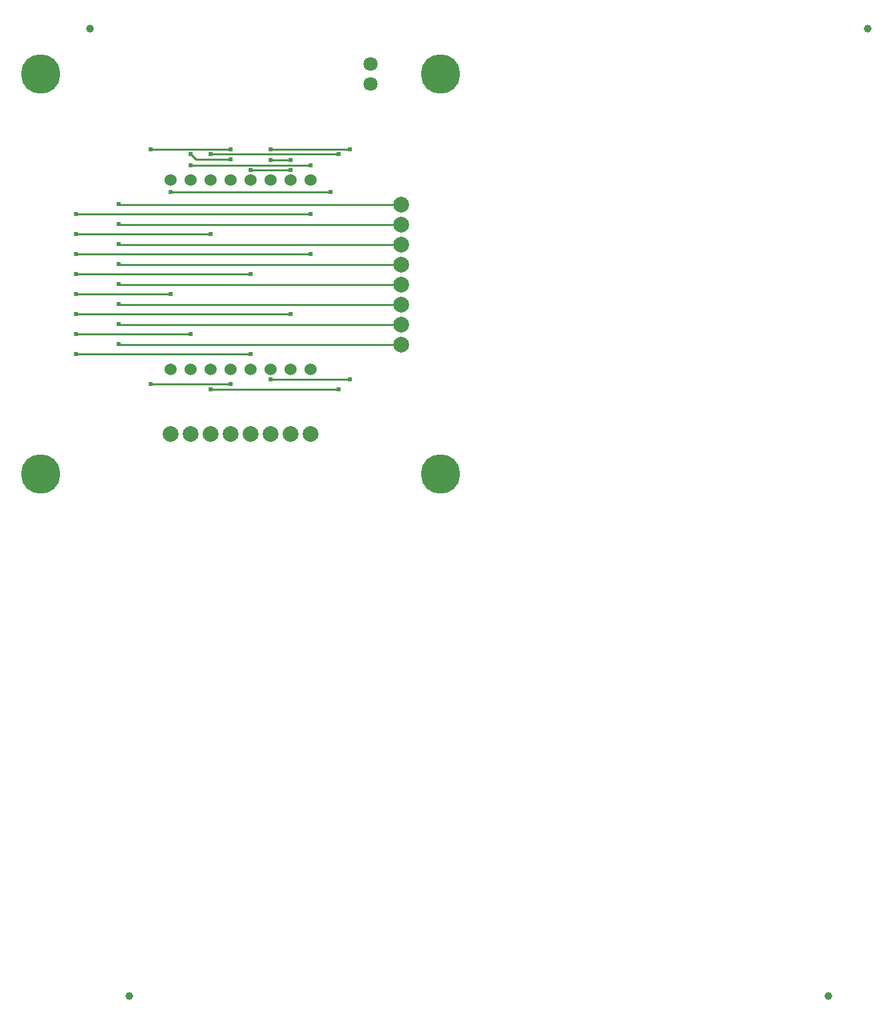
<source format=gbl>
G04 Layer: BottomLayer*
G04 EasyEDA v6.5.22, 2022-11-24 17:16:00*
G04 6a124e1b7ee84966bd2cac91662d51f7,5a6b42c53f6a479593ecc07194224c93,10*
G04 Gerber Generator version 0.2*
G04 Scale: 100 percent, Rotated: No, Reflected: No *
G04 Dimensions in millimeters *
G04 leading zeros omitted , absolute positions ,4 integer and 5 decimal *
%FSLAX45Y45*%
%MOMM*%

%ADD10C,0.2540*%
%ADD11C,1.0000*%
%ADD12C,5.0000*%
%ADD13C,2.0000*%
%ADD14C,1.5240*%
%ADD15C,1.8000*%
%ADD16C,0.6096*%

%LPD*%
D10*
X3810000Y4305300D02*
G01*
X2286000Y4305300D01*
X3048000Y4241800D02*
G01*
X3556000Y4241800D01*
X1778000Y1524000D02*
G01*
X2794000Y1524000D01*
X4064000Y3962400D02*
G01*
X2032000Y3962400D01*
X3556000Y4368800D02*
G01*
X3302000Y4368800D01*
X2794000Y4381500D02*
G01*
X2349500Y4381500D01*
X2286000Y4445000D01*
X2540000Y4445000D02*
G01*
X4165600Y4445000D01*
X4165600Y1460500D02*
G01*
X2540000Y1460500D01*
X3302000Y4508500D02*
G01*
X4305300Y4508500D01*
X4305300Y1587500D02*
G01*
X3302000Y1587500D01*
X2794000Y4508500D02*
G01*
X1778000Y4508500D01*
X4956583Y3807203D02*
G01*
X1374396Y3807203D01*
X1371600Y3810000D01*
X4956583Y3553203D02*
G01*
X1374396Y3553203D01*
X1371600Y3556000D01*
X4956583Y2029203D02*
G01*
X1374396Y2029203D01*
X1371600Y2032000D01*
X4956583Y2283203D02*
G01*
X1374396Y2283203D01*
X1371600Y2286000D01*
X4956583Y2537203D02*
G01*
X1374396Y2537203D01*
X1371600Y2540000D01*
X4956583Y2791203D02*
G01*
X1374396Y2791203D01*
X1371600Y2794000D01*
X4956583Y3045203D02*
G01*
X1374396Y3045203D01*
X1371600Y3048000D01*
X4956583Y3299203D02*
G01*
X1374396Y3299203D01*
X1371600Y3302000D01*
X825500Y3683000D02*
G01*
X3810000Y3683000D01*
X825500Y3429000D02*
G01*
X2540000Y3429000D01*
X825500Y3175000D02*
G01*
X3810000Y3175000D01*
X825500Y2921000D02*
G01*
X3048000Y2921000D01*
X825500Y1905000D02*
G01*
X3048000Y1905000D01*
X825500Y2413000D02*
G01*
X3556000Y2413000D01*
X825500Y2159000D02*
G01*
X2286000Y2159000D01*
X825500Y2667000D02*
G01*
X2032000Y2667000D01*
D11*
G01*
X999997Y6041999D03*
G01*
X10884001Y6041999D03*
G01*
X1499996Y-6241999D03*
G01*
X10384002Y-6241999D03*
D12*
G01*
X381000Y5461000D03*
G01*
X5461000Y5461000D03*
G01*
X5461000Y381000D03*
G01*
X381000Y381000D03*
D13*
G01*
X2032000Y889000D03*
G01*
X2286000Y889000D03*
G01*
X2540000Y889000D03*
G01*
X2794000Y889000D03*
G01*
X3048000Y889000D03*
G01*
X3302000Y889000D03*
G01*
X3556000Y889000D03*
G01*
X3810000Y889000D03*
G01*
X4956581Y3807205D03*
G01*
X4956581Y3553205D03*
G01*
X4956581Y3299205D03*
G01*
X4956581Y3045205D03*
G01*
X4956581Y2791205D03*
G01*
X4956581Y2537205D03*
G01*
X4956581Y2283205D03*
G01*
X4956581Y2029205D03*
D14*
G01*
X2286000Y1714804D03*
G01*
X2032000Y1714804D03*
G01*
X2540000Y1714804D03*
G01*
X2794000Y1714804D03*
G01*
X3048000Y1714804D03*
G01*
X3302000Y1714804D03*
G01*
X3556000Y1714804D03*
G01*
X3810000Y1714804D03*
G01*
X3810000Y4114800D03*
G01*
X3556000Y4114800D03*
G01*
X3302000Y4114800D03*
G01*
X3048000Y4114800D03*
G01*
X2794000Y4114800D03*
G01*
X2540000Y4114800D03*
G01*
X2032000Y4114800D03*
G01*
X2286000Y4114800D03*
D15*
G01*
X4572000Y5334000D03*
G01*
X4572000Y5588000D03*
D16*
G01*
X3810000Y4305300D03*
G01*
X2286000Y4305300D03*
G01*
X3048000Y4241800D03*
G01*
X3556000Y4241800D03*
G01*
X3302000Y1587500D03*
G01*
X1778000Y1524000D03*
G01*
X2794000Y1524000D03*
G01*
X2540000Y1460500D03*
G01*
X4064000Y3962400D03*
G01*
X2032000Y3962400D03*
G01*
X3556000Y4368800D03*
G01*
X3302000Y4368800D03*
G01*
X2794000Y4381500D03*
G01*
X2286000Y4445000D03*
G01*
X3302000Y4508500D03*
G01*
X2540000Y4445000D03*
G01*
X2794000Y4508500D03*
G01*
X4165600Y4445000D03*
G01*
X4165600Y1460500D03*
G01*
X4305300Y4508500D03*
G01*
X4305300Y1587500D03*
G01*
X1778000Y4508500D03*
G01*
X1371600Y3810000D03*
G01*
X1371600Y3556000D03*
G01*
X1371600Y2032000D03*
G01*
X1371600Y2286000D03*
G01*
X1371600Y2540000D03*
G01*
X1371600Y2794000D03*
G01*
X1371600Y3048000D03*
G01*
X1371600Y3302000D03*
G01*
X825500Y3683000D03*
G01*
X3810000Y3683000D03*
G01*
X825500Y3429000D03*
G01*
X2540000Y3429000D03*
G01*
X825500Y3175000D03*
G01*
X3810000Y3175000D03*
G01*
X825500Y2921000D03*
G01*
X3048000Y2921000D03*
G01*
X825500Y1905000D03*
G01*
X825500Y2159000D03*
G01*
X825500Y2413000D03*
G01*
X825500Y2667000D03*
G01*
X3048000Y1905000D03*
G01*
X3556000Y2413000D03*
G01*
X2286000Y2159000D03*
G01*
X2032000Y2667000D03*
M02*

</source>
